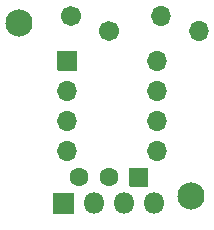
<source format=gbs>
G04 #@! TF.GenerationSoftware,KiCad,Pcbnew,(5.1.9-0-10_14)*
G04 #@! TF.CreationDate,2021-04-29T15:18:39+10:00*
G04 #@! TF.ProjectId,VR-Conditioner-MAX9926+reg,56522d43-6f6e-4646-9974-696f6e65722d,3.7*
G04 #@! TF.SameCoordinates,PX68c4118PY713e7a8*
G04 #@! TF.FileFunction,Soldermask,Bot*
G04 #@! TF.FilePolarity,Negative*
%FSLAX46Y46*%
G04 Gerber Fmt 4.6, Leading zero omitted, Abs format (unit mm)*
G04 Created by KiCad (PCBNEW (5.1.9-0-10_14)) date 2021-04-29 15:18:39*
%MOMM*%
%LPD*%
G01*
G04 APERTURE LIST*
%ADD10O,1.801600X1.801600*%
%ADD11C,1.601600*%
%ADD12C,2.301600*%
%ADD13O,1.701600X1.701600*%
%ADD14C,1.701600*%
G04 APERTURE END LIST*
D10*
G04 #@! TO.C,J2*
X16510000Y4445000D03*
X13970000Y4445000D03*
X11430000Y4445000D03*
G36*
G01*
X8040000Y5345800D02*
X9740000Y5345800D01*
G75*
G02*
X9790800Y5295000I0J-50800D01*
G01*
X9790800Y3595000D01*
G75*
G02*
X9740000Y3544200I-50800J0D01*
G01*
X8040000Y3544200D01*
G75*
G02*
X7989200Y3595000I0J50800D01*
G01*
X7989200Y5295000D01*
G75*
G02*
X8040000Y5345800I50800J0D01*
G01*
G37*
G04 #@! TD*
G04 #@! TO.C,U2*
G36*
G01*
X15990000Y5849200D02*
X14490000Y5849200D01*
G75*
G02*
X14439200Y5900000I0J50800D01*
G01*
X14439200Y7400000D01*
G75*
G02*
X14490000Y7450800I50800J0D01*
G01*
X15990000Y7450800D01*
G75*
G02*
X16040800Y7400000I0J-50800D01*
G01*
X16040800Y5900000D01*
G75*
G02*
X15990000Y5849200I-50800J0D01*
G01*
G37*
D11*
X10160000Y6650000D03*
X12700000Y6650000D03*
G04 #@! TD*
D12*
G04 #@! TO.C,H2*
X5080000Y19685000D03*
G04 #@! TD*
G04 #@! TO.C,H1*
X19685000Y5080000D03*
G04 #@! TD*
D13*
G04 #@! TO.C,R23*
X20320000Y19050000D03*
D14*
X12700000Y19050000D03*
G04 #@! TD*
D13*
G04 #@! TO.C,R13*
X17145000Y20320000D03*
D14*
X9525000Y20320000D03*
G04 #@! TD*
D13*
G04 #@! TO.C,J1*
X16827500Y16510000D03*
X9207500Y8890000D03*
X16827500Y13970000D03*
X9207500Y11430000D03*
X16827500Y11430000D03*
X9207500Y13970000D03*
X16827500Y8890000D03*
G36*
G01*
X8356700Y15710000D02*
X8356700Y17310000D01*
G75*
G02*
X8407500Y17360800I50800J0D01*
G01*
X10007500Y17360800D01*
G75*
G02*
X10058300Y17310000I0J-50800D01*
G01*
X10058300Y15710000D01*
G75*
G02*
X10007500Y15659200I-50800J0D01*
G01*
X8407500Y15659200D01*
G75*
G02*
X8356700Y15710000I0J50800D01*
G01*
G37*
G04 #@! TD*
M02*

</source>
